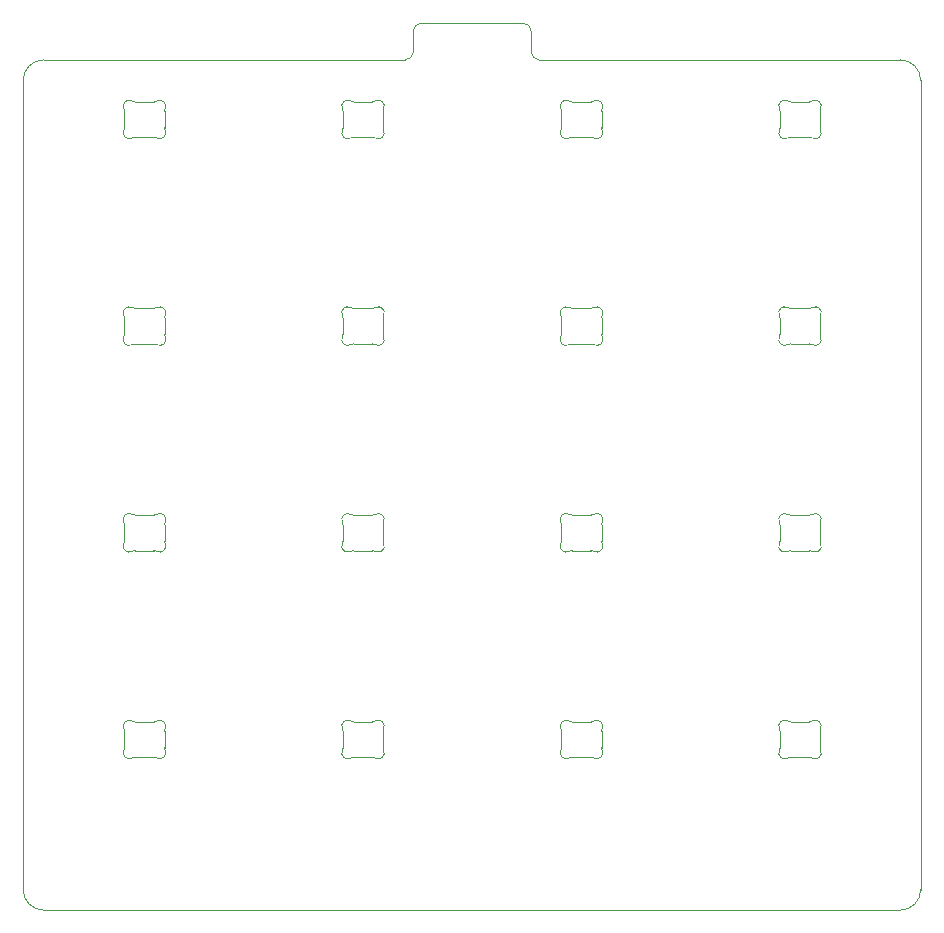
<source format=gbr>
%TF.GenerationSoftware,KiCad,Pcbnew,9.0.1*%
%TF.CreationDate,2025-04-04T22:51:44+11:00*%
%TF.ProjectId,Kobold,4b6f626f-6c64-42e6-9b69-6361645f7063,rev?*%
%TF.SameCoordinates,Original*%
%TF.FileFunction,Profile,NP*%
%FSLAX46Y46*%
G04 Gerber Fmt 4.6, Leading zero omitted, Abs format (unit mm)*
G04 Created by KiCad (PCBNEW 9.0.1) date 2025-04-04 22:51:44*
%MOMM*%
%LPD*%
G01*
G04 APERTURE LIST*
%TA.AperFunction,Profile*%
%ADD10C,0.100000*%
%TD*%
G04 APERTURE END LIST*
D10*
X165986982Y-47310968D02*
X165989965Y-45582141D01*
X156010000Y-47334945D02*
G75*
G02*
X155317859Y-48004898I-681000J11045D01*
G01*
X156702141Y-44890035D02*
X165320035Y-44890035D01*
X156010000Y-45560000D02*
X156010000Y-47334945D01*
X124725000Y-120000000D02*
X197225000Y-120000000D01*
X197225000Y-48000000D02*
G75*
G02*
X198975000Y-49750000I0J-1750000D01*
G01*
X166656946Y-48003109D02*
G75*
G02*
X165986992Y-47310968I11054J681009D01*
G01*
X122970000Y-49750000D02*
G75*
G02*
X124720000Y-48000000I1750000J0D01*
G01*
X198975000Y-118250000D02*
X198975000Y-49750000D01*
X124720000Y-48000000D02*
X155317859Y-48004909D01*
X165320000Y-44890000D02*
G75*
G02*
X165990001Y-45582142I-11100J-681100D01*
G01*
X122970000Y-49750000D02*
X122970000Y-118250000D01*
X156010000Y-45560000D02*
G75*
G02*
X156702142Y-44889999I681100J-11100D01*
G01*
X124725000Y-120000000D02*
G75*
G02*
X122975000Y-118250000I0J1750000D01*
G01*
X198975000Y-118250000D02*
G75*
G02*
X197225000Y-120000000I-1750000J0D01*
G01*
X197225000Y-48000000D02*
X166656946Y-48003109D01*
%TO.C,D10*%
X168550001Y-87347159D02*
X168550001Y-88752843D01*
X169455548Y-89550000D02*
X171044453Y-89550000D01*
X171044452Y-86550001D02*
X169455548Y-86550001D01*
X171949999Y-88752843D02*
X171949999Y-87347159D01*
X168500516Y-87130281D02*
G75*
G02*
X168550001Y-87347158I-450505J-216876D01*
G01*
X168500516Y-87130281D02*
G75*
G02*
X169203289Y-86481704I450515J216877D01*
G01*
X168550001Y-88752843D02*
G75*
G02*
X168500516Y-88969721I-499990J-2D01*
G01*
X169203289Y-89618300D02*
G75*
G02*
X168500516Y-88969721I-252258J431701D01*
G01*
X169203289Y-89618300D02*
G75*
G02*
X169455547Y-89550001I252261J-431710D01*
G01*
X169455548Y-86550001D02*
G75*
G02*
X169203290Y-86481702I3J500009D01*
G01*
X171044453Y-89550000D02*
G75*
G02*
X171296711Y-89618299I-3J-500010D01*
G01*
X171296711Y-86481702D02*
G75*
G02*
X171044452Y-86550001I-252261J431712D01*
G01*
X171296711Y-86481702D02*
G75*
G02*
X171999481Y-87130281I252259J-431698D01*
G01*
X171949999Y-87347159D02*
G75*
G02*
X171999485Y-87130282I499991J-1D01*
G01*
X171999484Y-88969721D02*
G75*
G02*
X171296711Y-89618300I-450514J-216879D01*
G01*
X171999484Y-88969721D02*
G75*
G02*
X171949981Y-88752844I450516J216921D01*
G01*
%TO.C,D12*%
X131550001Y-87347159D02*
X131550001Y-88752843D01*
X132455548Y-89550000D02*
X134044453Y-89550000D01*
X134044452Y-86550001D02*
X132455548Y-86550001D01*
X134949999Y-88752843D02*
X134949999Y-87347159D01*
X131500516Y-87130281D02*
G75*
G02*
X131550001Y-87347158I-450505J-216876D01*
G01*
X131500516Y-87130281D02*
G75*
G02*
X132203289Y-86481704I450515J216877D01*
G01*
X131550001Y-88752843D02*
G75*
G02*
X131500516Y-88969721I-499990J-2D01*
G01*
X132203289Y-89618300D02*
G75*
G02*
X131500516Y-88969721I-252258J431701D01*
G01*
X132203289Y-89618300D02*
G75*
G02*
X132455547Y-89550001I252261J-431710D01*
G01*
X132455548Y-86550001D02*
G75*
G02*
X132203290Y-86481702I3J500009D01*
G01*
X134044453Y-89550000D02*
G75*
G02*
X134296711Y-89618299I-3J-500010D01*
G01*
X134296711Y-86481702D02*
G75*
G02*
X134044452Y-86550001I-252261J431712D01*
G01*
X134296711Y-86481702D02*
G75*
G02*
X134999481Y-87130281I252259J-431698D01*
G01*
X134949999Y-87347159D02*
G75*
G02*
X134999485Y-87130282I499991J-1D01*
G01*
X134999484Y-88969721D02*
G75*
G02*
X134296711Y-89618300I-450514J-216879D01*
G01*
X134999484Y-88969721D02*
G75*
G02*
X134949981Y-88752844I450516J216921D01*
G01*
%TO.C,D7*%
X150050001Y-69847157D02*
X150050001Y-71252841D01*
X150955548Y-72049999D02*
X152544452Y-72049999D01*
X152544452Y-69050000D02*
X150955547Y-69050000D01*
X153449999Y-71252841D02*
X153449999Y-69847157D01*
X150000516Y-69630279D02*
G75*
G02*
X150050001Y-69847156I-450505J-216876D01*
G01*
X150000516Y-69630279D02*
G75*
G02*
X150703289Y-68981701I450515J216877D01*
G01*
X150050001Y-71252841D02*
G75*
G02*
X150000516Y-71469719I-499990J-2D01*
G01*
X150703289Y-72118298D02*
G75*
G02*
X150000516Y-71469718I-252259J431700D01*
G01*
X150703289Y-72118298D02*
G75*
G02*
X150955548Y-72049999I252261J-431710D01*
G01*
X150955547Y-69050000D02*
G75*
G02*
X150703289Y-68981701I3J500009D01*
G01*
X152544452Y-72049999D02*
G75*
G02*
X152796710Y-72118297I-2J-500011D01*
G01*
X152796711Y-68981700D02*
G75*
G02*
X152544453Y-69049999I-252261J431710D01*
G01*
X152796711Y-68981700D02*
G75*
G02*
X153499484Y-69630279I252259J-431700D01*
G01*
X153449999Y-69847157D02*
G75*
G02*
X153499486Y-69630280I499991J-3D01*
G01*
X153499484Y-71469719D02*
G75*
G02*
X152796711Y-72118296I-450515J-216877D01*
G01*
X153499484Y-71469719D02*
G75*
G02*
X153449981Y-71252842I450516J216919D01*
G01*
%TO.C,D3*%
X150050001Y-52347159D02*
X150050001Y-53752843D01*
X150955548Y-54550000D02*
X152544453Y-54550000D01*
X152544452Y-51550001D02*
X150955548Y-51550001D01*
X153449999Y-53752843D02*
X153449999Y-52347159D01*
X150000516Y-52130281D02*
G75*
G02*
X150050001Y-52347158I-450505J-216876D01*
G01*
X150000516Y-52130281D02*
G75*
G02*
X150703289Y-51481704I450515J216877D01*
G01*
X150050001Y-53752843D02*
G75*
G02*
X150000516Y-53969721I-499990J-2D01*
G01*
X150703289Y-54618300D02*
G75*
G02*
X150000516Y-53969721I-252258J431701D01*
G01*
X150703289Y-54618300D02*
G75*
G02*
X150955547Y-54550001I252261J-431710D01*
G01*
X150955548Y-51550001D02*
G75*
G02*
X150703290Y-51481702I3J500009D01*
G01*
X152544453Y-54550000D02*
G75*
G02*
X152796711Y-54618299I-3J-500010D01*
G01*
X152796711Y-51481702D02*
G75*
G02*
X152544452Y-51550001I-252261J431712D01*
G01*
X152796711Y-51481702D02*
G75*
G02*
X153499481Y-52130281I252259J-431698D01*
G01*
X153449999Y-52347159D02*
G75*
G02*
X153499485Y-52130282I499991J-1D01*
G01*
X153499484Y-53969721D02*
G75*
G02*
X152796711Y-54618300I-450514J-216879D01*
G01*
X153499484Y-53969721D02*
G75*
G02*
X153449981Y-53752844I450516J216921D01*
G01*
%TO.C,D2*%
X168550001Y-52347159D02*
X168550001Y-53752843D01*
X169455548Y-54550000D02*
X171044453Y-54550000D01*
X171044452Y-51550001D02*
X169455548Y-51550001D01*
X171949999Y-53752843D02*
X171949999Y-52347159D01*
X168500516Y-52130281D02*
G75*
G02*
X168550001Y-52347158I-450505J-216876D01*
G01*
X168500516Y-52130281D02*
G75*
G02*
X169203289Y-51481704I450515J216877D01*
G01*
X168550001Y-53752843D02*
G75*
G02*
X168500516Y-53969721I-499990J-2D01*
G01*
X169203289Y-54618300D02*
G75*
G02*
X168500516Y-53969721I-252258J431701D01*
G01*
X169203289Y-54618300D02*
G75*
G02*
X169455547Y-54550001I252261J-431710D01*
G01*
X169455548Y-51550001D02*
G75*
G02*
X169203290Y-51481702I3J500009D01*
G01*
X171044453Y-54550000D02*
G75*
G02*
X171296711Y-54618299I-3J-500010D01*
G01*
X171296711Y-51481702D02*
G75*
G02*
X171044452Y-51550001I-252261J431712D01*
G01*
X171296711Y-51481702D02*
G75*
G02*
X171999481Y-52130281I252259J-431698D01*
G01*
X171949999Y-52347159D02*
G75*
G02*
X171999485Y-52130282I499991J-1D01*
G01*
X171999484Y-53969721D02*
G75*
G02*
X171296711Y-54618300I-450514J-216879D01*
G01*
X171999484Y-53969721D02*
G75*
G02*
X171949981Y-53752844I450516J216921D01*
G01*
%TO.C,D14*%
X168550001Y-104847157D02*
X168550001Y-106252841D01*
X169455548Y-107049999D02*
X171044452Y-107049999D01*
X171044452Y-104050000D02*
X169455547Y-104050000D01*
X171949999Y-106252841D02*
X171949999Y-104847157D01*
X168500516Y-104630279D02*
G75*
G02*
X168550001Y-104847156I-450505J-216876D01*
G01*
X168500516Y-104630279D02*
G75*
G02*
X169203289Y-103981701I450515J216877D01*
G01*
X168550001Y-106252841D02*
G75*
G02*
X168500516Y-106469719I-499990J-2D01*
G01*
X169203289Y-107118298D02*
G75*
G02*
X168500516Y-106469718I-252259J431700D01*
G01*
X169203289Y-107118298D02*
G75*
G02*
X169455548Y-107049999I252261J-431710D01*
G01*
X169455547Y-104050000D02*
G75*
G02*
X169203289Y-103981701I3J500009D01*
G01*
X171044452Y-107049999D02*
G75*
G02*
X171296710Y-107118297I-2J-500011D01*
G01*
X171296711Y-103981700D02*
G75*
G02*
X171044453Y-104049999I-252261J431710D01*
G01*
X171296711Y-103981700D02*
G75*
G02*
X171999484Y-104630279I252259J-431700D01*
G01*
X171949999Y-104847157D02*
G75*
G02*
X171999486Y-104630280I499991J-3D01*
G01*
X171999484Y-106469719D02*
G75*
G02*
X171296711Y-107118296I-450515J-216877D01*
G01*
X171999484Y-106469719D02*
G75*
G02*
X171949981Y-106252842I450516J216919D01*
G01*
%TO.C,D13*%
X187050001Y-104847157D02*
X187050001Y-106252841D01*
X187955548Y-107049999D02*
X189544452Y-107049999D01*
X189544452Y-104050000D02*
X187955547Y-104050000D01*
X190449999Y-106252841D02*
X190449999Y-104847157D01*
X187000516Y-104630279D02*
G75*
G02*
X187050001Y-104847156I-450505J-216876D01*
G01*
X187000516Y-104630279D02*
G75*
G02*
X187703289Y-103981701I450515J216877D01*
G01*
X187050001Y-106252841D02*
G75*
G02*
X187000516Y-106469719I-499990J-2D01*
G01*
X187703289Y-107118298D02*
G75*
G02*
X187000516Y-106469718I-252259J431700D01*
G01*
X187703289Y-107118298D02*
G75*
G02*
X187955548Y-107049999I252261J-431710D01*
G01*
X187955547Y-104050000D02*
G75*
G02*
X187703289Y-103981701I3J500009D01*
G01*
X189544452Y-107049999D02*
G75*
G02*
X189796710Y-107118297I-2J-500011D01*
G01*
X189796711Y-103981700D02*
G75*
G02*
X189544453Y-104049999I-252261J431710D01*
G01*
X189796711Y-103981700D02*
G75*
G02*
X190499484Y-104630279I252259J-431700D01*
G01*
X190449999Y-104847157D02*
G75*
G02*
X190499486Y-104630280I499991J-3D01*
G01*
X190499484Y-106469719D02*
G75*
G02*
X189796711Y-107118296I-450515J-216877D01*
G01*
X190499484Y-106469719D02*
G75*
G02*
X190449981Y-106252842I450516J216919D01*
G01*
%TO.C,D4*%
X131550001Y-52347159D02*
X131550001Y-53752843D01*
X132455548Y-54550000D02*
X134044453Y-54550000D01*
X134044452Y-51550001D02*
X132455548Y-51550001D01*
X134949999Y-53752843D02*
X134949999Y-52347159D01*
X131500516Y-52130281D02*
G75*
G02*
X131550001Y-52347158I-450505J-216876D01*
G01*
X131500516Y-52130281D02*
G75*
G02*
X132203289Y-51481704I450515J216877D01*
G01*
X131550001Y-53752843D02*
G75*
G02*
X131500516Y-53969721I-499990J-2D01*
G01*
X132203289Y-54618300D02*
G75*
G02*
X131500516Y-53969721I-252258J431701D01*
G01*
X132203289Y-54618300D02*
G75*
G02*
X132455547Y-54550001I252261J-431710D01*
G01*
X132455548Y-51550001D02*
G75*
G02*
X132203290Y-51481702I3J500009D01*
G01*
X134044453Y-54550000D02*
G75*
G02*
X134296711Y-54618299I-3J-500010D01*
G01*
X134296711Y-51481702D02*
G75*
G02*
X134044452Y-51550001I-252261J431712D01*
G01*
X134296711Y-51481702D02*
G75*
G02*
X134999481Y-52130281I252259J-431698D01*
G01*
X134949999Y-52347159D02*
G75*
G02*
X134999485Y-52130282I499991J-1D01*
G01*
X134999484Y-53969721D02*
G75*
G02*
X134296711Y-54618300I-450514J-216879D01*
G01*
X134999484Y-53969721D02*
G75*
G02*
X134949981Y-53752844I450516J216921D01*
G01*
%TO.C,D1*%
X187050001Y-52347159D02*
X187050001Y-53752843D01*
X187955548Y-54550000D02*
X189544453Y-54550000D01*
X189544452Y-51550001D02*
X187955548Y-51550001D01*
X190449999Y-53752843D02*
X190449999Y-52347159D01*
X187000516Y-52130281D02*
G75*
G02*
X187050001Y-52347158I-450505J-216876D01*
G01*
X187000516Y-52130281D02*
G75*
G02*
X187703289Y-51481704I450515J216877D01*
G01*
X187050001Y-53752843D02*
G75*
G02*
X187000516Y-53969721I-499990J-2D01*
G01*
X187703289Y-54618300D02*
G75*
G02*
X187000516Y-53969721I-252258J431701D01*
G01*
X187703289Y-54618300D02*
G75*
G02*
X187955547Y-54550001I252261J-431710D01*
G01*
X187955548Y-51550001D02*
G75*
G02*
X187703290Y-51481702I3J500009D01*
G01*
X189544453Y-54550000D02*
G75*
G02*
X189796711Y-54618299I-3J-500010D01*
G01*
X189796711Y-51481702D02*
G75*
G02*
X189544452Y-51550001I-252261J431712D01*
G01*
X189796711Y-51481702D02*
G75*
G02*
X190499481Y-52130281I252259J-431698D01*
G01*
X190449999Y-52347159D02*
G75*
G02*
X190499485Y-52130282I499991J-1D01*
G01*
X190499484Y-53969721D02*
G75*
G02*
X189796711Y-54618300I-450514J-216879D01*
G01*
X190499484Y-53969721D02*
G75*
G02*
X190449981Y-53752844I450516J216921D01*
G01*
%TO.C,D5*%
X187050001Y-69847157D02*
X187050001Y-71252841D01*
X187955548Y-72049999D02*
X189544452Y-72049999D01*
X189544452Y-69050000D02*
X187955547Y-69050000D01*
X190449999Y-71252841D02*
X190449999Y-69847157D01*
X187000516Y-69630279D02*
G75*
G02*
X187050001Y-69847156I-450505J-216876D01*
G01*
X187000516Y-69630279D02*
G75*
G02*
X187703289Y-68981701I450515J216877D01*
G01*
X187050001Y-71252841D02*
G75*
G02*
X187000516Y-71469719I-499990J-2D01*
G01*
X187703289Y-72118298D02*
G75*
G02*
X187000516Y-71469718I-252259J431700D01*
G01*
X187703289Y-72118298D02*
G75*
G02*
X187955548Y-72049999I252261J-431710D01*
G01*
X187955547Y-69050000D02*
G75*
G02*
X187703289Y-68981701I3J500009D01*
G01*
X189544452Y-72049999D02*
G75*
G02*
X189796710Y-72118297I-2J-500011D01*
G01*
X189796711Y-68981700D02*
G75*
G02*
X189544453Y-69049999I-252261J431710D01*
G01*
X189796711Y-68981700D02*
G75*
G02*
X190499484Y-69630279I252259J-431700D01*
G01*
X190449999Y-69847157D02*
G75*
G02*
X190499486Y-69630280I499991J-3D01*
G01*
X190499484Y-71469719D02*
G75*
G02*
X189796711Y-72118296I-450515J-216877D01*
G01*
X190499484Y-71469719D02*
G75*
G02*
X190449981Y-71252842I450516J216919D01*
G01*
%TO.C,D16*%
X131550001Y-104847157D02*
X131550001Y-106252841D01*
X132455548Y-107049999D02*
X134044452Y-107049999D01*
X134044452Y-104050000D02*
X132455547Y-104050000D01*
X134949999Y-106252841D02*
X134949999Y-104847157D01*
X131500516Y-104630279D02*
G75*
G02*
X131550001Y-104847156I-450505J-216876D01*
G01*
X131500516Y-104630279D02*
G75*
G02*
X132203289Y-103981701I450515J216877D01*
G01*
X131550001Y-106252841D02*
G75*
G02*
X131500516Y-106469719I-499990J-2D01*
G01*
X132203289Y-107118298D02*
G75*
G02*
X131500516Y-106469718I-252259J431700D01*
G01*
X132203289Y-107118298D02*
G75*
G02*
X132455548Y-107049999I252261J-431710D01*
G01*
X132455547Y-104050000D02*
G75*
G02*
X132203289Y-103981701I3J500009D01*
G01*
X134044452Y-107049999D02*
G75*
G02*
X134296710Y-107118297I-2J-500011D01*
G01*
X134296711Y-103981700D02*
G75*
G02*
X134044453Y-104049999I-252261J431710D01*
G01*
X134296711Y-103981700D02*
G75*
G02*
X134999484Y-104630279I252259J-431700D01*
G01*
X134949999Y-104847157D02*
G75*
G02*
X134999486Y-104630280I499991J-3D01*
G01*
X134999484Y-106469719D02*
G75*
G02*
X134296711Y-107118296I-450515J-216877D01*
G01*
X134999484Y-106469719D02*
G75*
G02*
X134949981Y-106252842I450516J216919D01*
G01*
%TO.C,D8*%
X131550001Y-69847157D02*
X131550001Y-71252841D01*
X132455548Y-72049999D02*
X134044452Y-72049999D01*
X134044452Y-69050000D02*
X132455547Y-69050000D01*
X134949999Y-71252841D02*
X134949999Y-69847157D01*
X131500516Y-69630279D02*
G75*
G02*
X131550001Y-69847156I-450505J-216876D01*
G01*
X131500516Y-69630279D02*
G75*
G02*
X132203289Y-68981701I450515J216877D01*
G01*
X131550001Y-71252841D02*
G75*
G02*
X131500516Y-71469719I-499990J-2D01*
G01*
X132203289Y-72118298D02*
G75*
G02*
X131500516Y-71469718I-252259J431700D01*
G01*
X132203289Y-72118298D02*
G75*
G02*
X132455548Y-72049999I252261J-431710D01*
G01*
X132455547Y-69050000D02*
G75*
G02*
X132203289Y-68981701I3J500009D01*
G01*
X134044452Y-72049999D02*
G75*
G02*
X134296710Y-72118297I-2J-500011D01*
G01*
X134296711Y-68981700D02*
G75*
G02*
X134044453Y-69049999I-252261J431710D01*
G01*
X134296711Y-68981700D02*
G75*
G02*
X134999484Y-69630279I252259J-431700D01*
G01*
X134949999Y-69847157D02*
G75*
G02*
X134999486Y-69630280I499991J-3D01*
G01*
X134999484Y-71469719D02*
G75*
G02*
X134296711Y-72118296I-450515J-216877D01*
G01*
X134999484Y-71469719D02*
G75*
G02*
X134949981Y-71252842I450516J216919D01*
G01*
%TO.C,D6*%
X168550001Y-69847157D02*
X168550001Y-71252841D01*
X169455548Y-72049999D02*
X171044452Y-72049999D01*
X171044452Y-69050000D02*
X169455547Y-69050000D01*
X171949999Y-71252841D02*
X171949999Y-69847157D01*
X168500516Y-69630279D02*
G75*
G02*
X168550001Y-69847156I-450505J-216876D01*
G01*
X168500516Y-69630279D02*
G75*
G02*
X169203289Y-68981701I450515J216877D01*
G01*
X168550001Y-71252841D02*
G75*
G02*
X168500516Y-71469719I-499990J-2D01*
G01*
X169203289Y-72118298D02*
G75*
G02*
X168500516Y-71469718I-252259J431700D01*
G01*
X169203289Y-72118298D02*
G75*
G02*
X169455548Y-72049999I252261J-431710D01*
G01*
X169455547Y-69050000D02*
G75*
G02*
X169203289Y-68981701I3J500009D01*
G01*
X171044452Y-72049999D02*
G75*
G02*
X171296710Y-72118297I-2J-500011D01*
G01*
X171296711Y-68981700D02*
G75*
G02*
X171044453Y-69049999I-252261J431710D01*
G01*
X171296711Y-68981700D02*
G75*
G02*
X171999484Y-69630279I252259J-431700D01*
G01*
X171949999Y-69847157D02*
G75*
G02*
X171999486Y-69630280I499991J-3D01*
G01*
X171999484Y-71469719D02*
G75*
G02*
X171296711Y-72118296I-450515J-216877D01*
G01*
X171999484Y-71469719D02*
G75*
G02*
X171949981Y-71252842I450516J216919D01*
G01*
%TO.C,D9*%
X187050001Y-87347159D02*
X187050001Y-88752843D01*
X187955548Y-89550000D02*
X189544453Y-89550000D01*
X189544452Y-86550001D02*
X187955548Y-86550001D01*
X190449999Y-88752843D02*
X190449999Y-87347159D01*
X187000516Y-87130281D02*
G75*
G02*
X187050001Y-87347158I-450505J-216876D01*
G01*
X187000516Y-87130281D02*
G75*
G02*
X187703289Y-86481704I450515J216877D01*
G01*
X187050001Y-88752843D02*
G75*
G02*
X187000516Y-88969721I-499990J-2D01*
G01*
X187703289Y-89618300D02*
G75*
G02*
X187000516Y-88969721I-252258J431701D01*
G01*
X187703289Y-89618300D02*
G75*
G02*
X187955547Y-89550001I252261J-431710D01*
G01*
X187955548Y-86550001D02*
G75*
G02*
X187703290Y-86481702I3J500009D01*
G01*
X189544453Y-89550000D02*
G75*
G02*
X189796711Y-89618299I-3J-500010D01*
G01*
X189796711Y-86481702D02*
G75*
G02*
X189544452Y-86550001I-252261J431712D01*
G01*
X189796711Y-86481702D02*
G75*
G02*
X190499481Y-87130281I252259J-431698D01*
G01*
X190449999Y-87347159D02*
G75*
G02*
X190499485Y-87130282I499991J-1D01*
G01*
X190499484Y-88969721D02*
G75*
G02*
X189796711Y-89618300I-450514J-216879D01*
G01*
X190499484Y-88969721D02*
G75*
G02*
X190449981Y-88752844I450516J216921D01*
G01*
%TO.C,D11*%
X150050001Y-87347159D02*
X150050001Y-88752843D01*
X150955548Y-89550000D02*
X152544453Y-89550000D01*
X152544452Y-86550001D02*
X150955548Y-86550001D01*
X153449999Y-88752843D02*
X153449999Y-87347159D01*
X150000516Y-87130281D02*
G75*
G02*
X150050001Y-87347158I-450505J-216876D01*
G01*
X150000516Y-87130281D02*
G75*
G02*
X150703289Y-86481704I450515J216877D01*
G01*
X150050001Y-88752843D02*
G75*
G02*
X150000516Y-88969721I-499990J-2D01*
G01*
X150703289Y-89618300D02*
G75*
G02*
X150000516Y-88969721I-252258J431701D01*
G01*
X150703289Y-89618300D02*
G75*
G02*
X150955547Y-89550001I252261J-431710D01*
G01*
X150955548Y-86550001D02*
G75*
G02*
X150703290Y-86481702I3J500009D01*
G01*
X152544453Y-89550000D02*
G75*
G02*
X152796711Y-89618299I-3J-500010D01*
G01*
X152796711Y-86481702D02*
G75*
G02*
X152544452Y-86550001I-252261J431712D01*
G01*
X152796711Y-86481702D02*
G75*
G02*
X153499481Y-87130281I252259J-431698D01*
G01*
X153449999Y-87347159D02*
G75*
G02*
X153499485Y-87130282I499991J-1D01*
G01*
X153499484Y-88969721D02*
G75*
G02*
X152796711Y-89618300I-450514J-216879D01*
G01*
X153499484Y-88969721D02*
G75*
G02*
X153449981Y-88752844I450516J216921D01*
G01*
%TO.C,D15*%
X150050001Y-104847157D02*
X150050001Y-106252841D01*
X150955548Y-107049999D02*
X152544452Y-107049999D01*
X152544452Y-104050000D02*
X150955547Y-104050000D01*
X153449999Y-106252841D02*
X153449999Y-104847157D01*
X150000516Y-104630279D02*
G75*
G02*
X150050001Y-104847156I-450505J-216876D01*
G01*
X150000516Y-104630279D02*
G75*
G02*
X150703289Y-103981701I450515J216877D01*
G01*
X150050001Y-106252841D02*
G75*
G02*
X150000516Y-106469719I-499990J-2D01*
G01*
X150703289Y-107118298D02*
G75*
G02*
X150000516Y-106469718I-252259J431700D01*
G01*
X150703289Y-107118298D02*
G75*
G02*
X150955548Y-107049999I252261J-431710D01*
G01*
X150955547Y-104050000D02*
G75*
G02*
X150703289Y-103981701I3J500009D01*
G01*
X152544452Y-107049999D02*
G75*
G02*
X152796710Y-107118297I-2J-500011D01*
G01*
X152796711Y-103981700D02*
G75*
G02*
X152544453Y-104049999I-252261J431710D01*
G01*
X152796711Y-103981700D02*
G75*
G02*
X153499484Y-104630279I252259J-431700D01*
G01*
X153449999Y-104847157D02*
G75*
G02*
X153499486Y-104630280I499991J-3D01*
G01*
X153499484Y-106469719D02*
G75*
G02*
X152796711Y-107118296I-450515J-216877D01*
G01*
X153499484Y-106469719D02*
G75*
G02*
X153449981Y-106252842I450516J216919D01*
G01*
%TD*%
M02*

</source>
